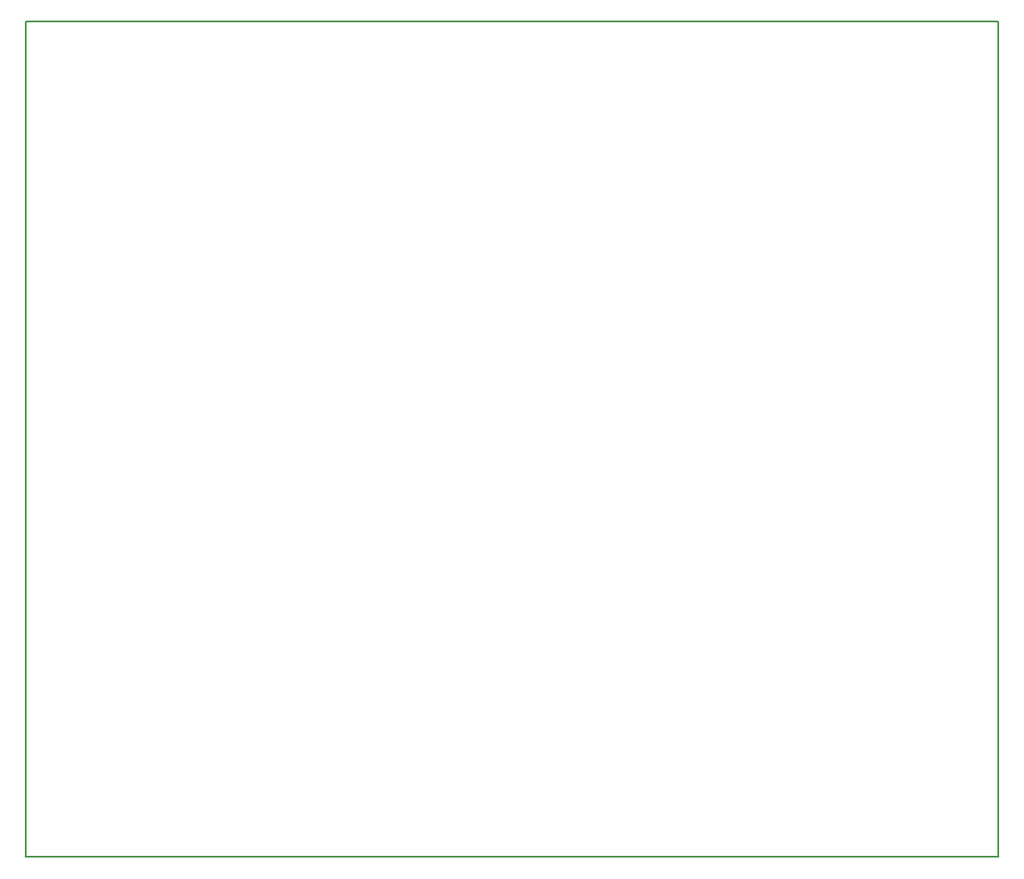
<source format=gbr>
%TF.GenerationSoftware,KiCad,Pcbnew,(6.0.1)*%
%TF.CreationDate,2022-06-09T16:49:39-03:00*%
%TF.ProjectId,alimentador automatico para pets,616c696d-656e-4746-9164-6f7220617574,rev?*%
%TF.SameCoordinates,Original*%
%TF.FileFunction,Profile,NP*%
%FSLAX46Y46*%
G04 Gerber Fmt 4.6, Leading zero omitted, Abs format (unit mm)*
G04 Created by KiCad (PCBNEW (6.0.1)) date 2022-06-09 16:49:39*
%MOMM*%
%LPD*%
G01*
G04 APERTURE LIST*
%TA.AperFunction,Profile*%
%ADD10C,0.200000*%
%TD*%
G04 APERTURE END LIST*
D10*
X23500000Y-24500000D02*
X119500000Y-24500000D01*
X119500000Y-24500000D02*
X119500000Y-107000000D01*
X119500000Y-107000000D02*
X23500000Y-107000000D01*
X23500000Y-107000000D02*
X23500000Y-24500000D01*
M02*

</source>
